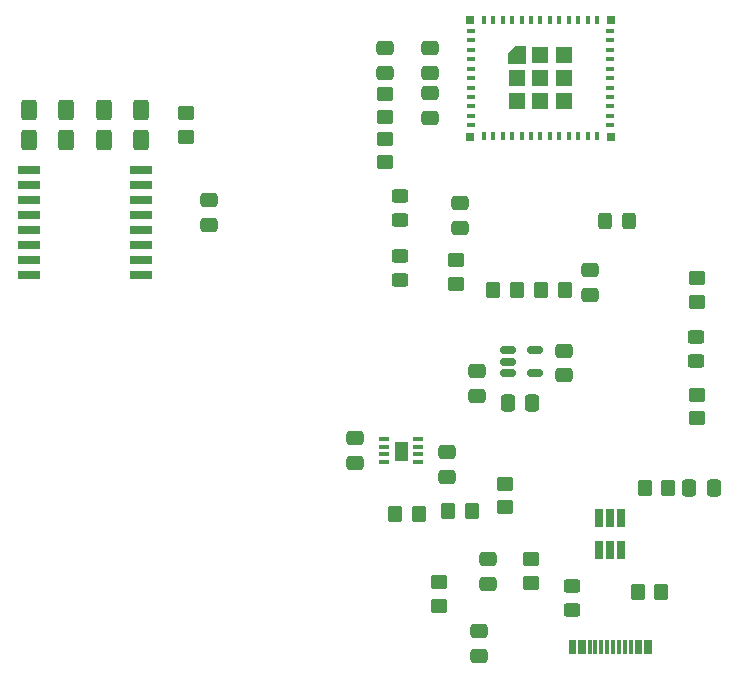
<source format=gtp>
G04 #@! TF.GenerationSoftware,KiCad,Pcbnew,(7.0.0-0)*
G04 #@! TF.CreationDate,2023-03-13T11:18:44+01:00*
G04 #@! TF.ProjectId,ESPMeter,4553504d-6574-4657-922e-6b696361645f,rev?*
G04 #@! TF.SameCoordinates,Original*
G04 #@! TF.FileFunction,Paste,Top*
G04 #@! TF.FilePolarity,Positive*
%FSLAX46Y46*%
G04 Gerber Fmt 4.6, Leading zero omitted, Abs format (unit mm)*
G04 Created by KiCad (PCBNEW (7.0.0-0)) date 2023-03-13 11:18:44*
%MOMM*%
%LPD*%
G01*
G04 APERTURE LIST*
G04 Aperture macros list*
%AMRoundRect*
0 Rectangle with rounded corners*
0 $1 Rounding radius*
0 $2 $3 $4 $5 $6 $7 $8 $9 X,Y pos of 4 corners*
0 Add a 4 corners polygon primitive as box body*
4,1,4,$2,$3,$4,$5,$6,$7,$8,$9,$2,$3,0*
0 Add four circle primitives for the rounded corners*
1,1,$1+$1,$2,$3*
1,1,$1+$1,$4,$5*
1,1,$1+$1,$6,$7*
1,1,$1+$1,$8,$9*
0 Add four rect primitives between the rounded corners*
20,1,$1+$1,$2,$3,$4,$5,0*
20,1,$1+$1,$4,$5,$6,$7,0*
20,1,$1+$1,$6,$7,$8,$9,0*
20,1,$1+$1,$8,$9,$2,$3,0*%
%AMFreePoly0*
4,1,6,0.725000,-0.725000,-0.725000,-0.725000,-0.725000,0.125000,-0.125000,0.725000,0.725000,0.725000,0.725000,-0.725000,0.725000,-0.725000,$1*%
G04 Aperture macros list end*
%ADD10C,0.010000*%
%ADD11RoundRect,0.250000X0.475000X-0.337500X0.475000X0.337500X-0.475000X0.337500X-0.475000X-0.337500X0*%
%ADD12RoundRect,0.250000X-0.325000X-0.450000X0.325000X-0.450000X0.325000X0.450000X-0.325000X0.450000X0*%
%ADD13RoundRect,0.250000X-0.475000X0.337500X-0.475000X-0.337500X0.475000X-0.337500X0.475000X0.337500X0*%
%ADD14RoundRect,0.250000X0.450000X-0.325000X0.450000X0.325000X-0.450000X0.325000X-0.450000X-0.325000X0*%
%ADD15RoundRect,0.250000X0.337500X0.475000X-0.337500X0.475000X-0.337500X-0.475000X0.337500X-0.475000X0*%
%ADD16RoundRect,0.250000X-0.450000X0.350000X-0.450000X-0.350000X0.450000X-0.350000X0.450000X0.350000X0*%
%ADD17RoundRect,0.250000X0.350000X0.450000X-0.350000X0.450000X-0.350000X-0.450000X0.350000X-0.450000X0*%
%ADD18RoundRect,0.250000X-0.400000X-0.625000X0.400000X-0.625000X0.400000X0.625000X-0.400000X0.625000X0*%
%ADD19R,1.950000X0.650000*%
%ADD20RoundRect,0.250000X0.450000X-0.350000X0.450000X0.350000X-0.450000X0.350000X-0.450000X-0.350000X0*%
%ADD21RoundRect,0.150000X-0.512500X-0.150000X0.512500X-0.150000X0.512500X0.150000X-0.512500X0.150000X0*%
%ADD22RoundRect,0.250000X-0.350000X-0.450000X0.350000X-0.450000X0.350000X0.450000X-0.350000X0.450000X0*%
%ADD23R,0.800000X0.400000*%
%ADD24R,0.400000X0.800000*%
%ADD25FreePoly0,0.000000*%
%ADD26R,1.450000X1.450000*%
%ADD27R,0.700000X0.700000*%
%ADD28RoundRect,0.250000X-0.450000X0.325000X-0.450000X-0.325000X0.450000X-0.325000X0.450000X0.325000X0*%
%ADD29R,0.300000X1.150000*%
%ADD30RoundRect,0.250000X-0.337500X-0.475000X0.337500X-0.475000X0.337500X0.475000X-0.337500X0.475000X0*%
%ADD31RoundRect,0.012800X-0.417200X-0.147200X0.417200X-0.147200X0.417200X0.147200X-0.417200X0.147200X0*%
%ADD32R,0.650000X1.560000*%
G04 APERTURE END LIST*
G36*
X151090000Y-99920000D02*
G01*
X150050000Y-99920000D01*
X150050000Y-98400000D01*
X151090000Y-98400000D01*
X151090000Y-99920000D01*
G37*
D10*
X151090000Y-99920000D02*
X150050000Y-99920000D01*
X150050000Y-98400000D01*
X151090000Y-98400000D01*
X151090000Y-99920000D01*
D11*
X146662558Y-100197104D03*
X146662558Y-98122104D03*
D12*
X167799800Y-79705200D03*
X169849800Y-79705200D03*
D13*
X164363400Y-90707300D03*
X164363400Y-92782300D03*
X166560000Y-83912500D03*
X166560000Y-85987500D03*
D14*
X165060000Y-112685000D03*
X165060000Y-110635000D03*
D15*
X161670058Y-95117104D03*
X159595058Y-95117104D03*
D13*
X155552558Y-78204604D03*
X155552558Y-80279604D03*
D16*
X155202558Y-83047104D03*
X155202558Y-85047104D03*
D17*
X152090000Y-104500000D03*
X150090000Y-104500000D03*
D18*
X125427558Y-72892104D03*
X128527558Y-72892104D03*
D19*
X119077557Y-75432103D03*
X119077557Y-76702103D03*
X119077557Y-77972103D03*
X119077557Y-79242103D03*
X119077557Y-80512103D03*
X119077557Y-81782103D03*
X119077557Y-83052103D03*
X119077557Y-84322103D03*
X128527557Y-84322103D03*
X128527557Y-83052103D03*
X128527557Y-81782103D03*
X128527557Y-80512103D03*
X128527557Y-79242103D03*
X128527557Y-77972103D03*
X128527557Y-76702103D03*
X128527557Y-75432103D03*
D17*
X164442558Y-85592104D03*
X162442558Y-85592104D03*
D20*
X161560000Y-110370000D03*
X161560000Y-108370000D03*
D11*
X157200000Y-116545000D03*
X157200000Y-114470000D03*
D13*
X153012558Y-68919604D03*
X153012558Y-70994604D03*
X154480000Y-99302500D03*
X154480000Y-101377500D03*
D21*
X159627558Y-90677104D03*
X159627558Y-91627104D03*
X159627558Y-92577104D03*
X161902558Y-92577104D03*
X161902558Y-90677104D03*
D22*
X158362558Y-85592104D03*
X160362558Y-85592104D03*
D13*
X157022800Y-92459900D03*
X157022800Y-94534900D03*
D11*
X149202558Y-67184604D03*
X149202558Y-65109604D03*
D16*
X175641000Y-94437200D03*
X175641000Y-96437200D03*
D23*
X156472557Y-63631303D03*
X156472557Y-64431303D03*
X156472557Y-65231303D03*
X156472557Y-66031303D03*
X156472557Y-66831303D03*
X156472557Y-67631303D03*
X156472557Y-68431303D03*
X156472557Y-69231303D03*
X156472557Y-70031303D03*
X156472557Y-70831303D03*
X156472557Y-71631303D03*
D24*
X157572557Y-72531303D03*
X158372557Y-72531303D03*
X159172557Y-72531303D03*
X159972557Y-72531303D03*
X160772557Y-72531303D03*
X161572557Y-72531303D03*
X162372557Y-72531303D03*
X163172557Y-72531303D03*
X163972557Y-72531303D03*
X164772557Y-72531303D03*
X165572557Y-72531303D03*
X166372557Y-72531303D03*
X167172557Y-72531303D03*
D23*
X168272557Y-71631303D03*
X168272557Y-70831303D03*
X168272557Y-70031303D03*
X168272557Y-69231303D03*
X168272557Y-68431303D03*
X168272557Y-67631303D03*
X168272557Y-66831303D03*
X168272557Y-66031303D03*
X168272557Y-65231303D03*
X168272557Y-64431303D03*
X168272557Y-63631303D03*
D24*
X167172557Y-62731303D03*
X166372557Y-62731303D03*
X165572557Y-62731303D03*
X164772557Y-62731303D03*
X163972557Y-62731303D03*
X163172557Y-62731303D03*
X162372557Y-62731303D03*
X161572557Y-62731303D03*
X160772557Y-62731303D03*
X159972557Y-62731303D03*
X159172557Y-62731303D03*
X158372557Y-62731303D03*
X157572557Y-62731303D03*
D25*
X160397558Y-65656304D03*
D26*
X160397557Y-67631303D03*
X160397557Y-69606303D03*
X162372557Y-65656303D03*
X162372557Y-67631303D03*
X162372557Y-69606303D03*
X164347557Y-65656303D03*
X164347557Y-67631303D03*
X164347557Y-69606303D03*
D27*
X168322557Y-62681303D03*
X168322557Y-72581303D03*
X156422557Y-72581303D03*
X156422557Y-62681303D03*
D28*
X150472558Y-82662104D03*
X150472558Y-84712104D03*
D18*
X119077558Y-72892104D03*
X122177558Y-72892104D03*
D20*
X159362558Y-103969604D03*
X159362558Y-101969604D03*
D18*
X119077558Y-70352104D03*
X122177558Y-70352104D03*
D14*
X150472558Y-79632104D03*
X150472558Y-77582104D03*
D17*
X172610000Y-111120000D03*
X170610000Y-111120000D03*
D11*
X157970000Y-110427500D03*
X157970000Y-108352500D03*
D29*
X164924999Y-115791799D03*
X165724999Y-115791799D03*
X167024999Y-115791799D03*
X168024999Y-115791799D03*
X168524999Y-115791799D03*
X169524999Y-115791799D03*
X170824999Y-115791799D03*
X171624999Y-115791799D03*
X171324999Y-115791799D03*
X170524999Y-115791799D03*
X170024999Y-115791799D03*
X169024999Y-115791799D03*
X167524999Y-115791799D03*
X166524999Y-115791799D03*
X166024999Y-115791799D03*
X165224999Y-115791799D03*
D30*
X174975058Y-102297104D03*
X177050058Y-102297104D03*
D11*
X153012558Y-67184604D03*
X153012558Y-65109604D03*
D31*
X149135000Y-98185000D03*
X149135000Y-98835000D03*
X149135000Y-99485000D03*
X149135000Y-100135000D03*
X152005000Y-100135000D03*
X152005000Y-99485000D03*
X152005000Y-98835000D03*
X152005000Y-98185000D03*
D17*
X156552558Y-104239604D03*
X154552558Y-104239604D03*
D20*
X149202558Y-74767104D03*
X149202558Y-72767104D03*
D32*
X167299999Y-107587499D03*
X168249999Y-107587499D03*
X169199999Y-107587499D03*
X169199999Y-104887499D03*
X168249999Y-104887499D03*
X167299999Y-104887499D03*
D22*
X171202558Y-102297104D03*
X173202558Y-102297104D03*
D14*
X175564800Y-91617800D03*
X175564800Y-89567800D03*
D16*
X149205000Y-68960000D03*
X149205000Y-70960000D03*
D20*
X153767558Y-112292104D03*
X153767558Y-110292104D03*
D11*
X134350000Y-80037500D03*
X134350000Y-77962500D03*
D16*
X132337558Y-70622104D03*
X132337558Y-72622104D03*
D18*
X125427558Y-70352104D03*
X128527558Y-70352104D03*
D20*
X175666400Y-86547200D03*
X175666400Y-84547200D03*
M02*

</source>
